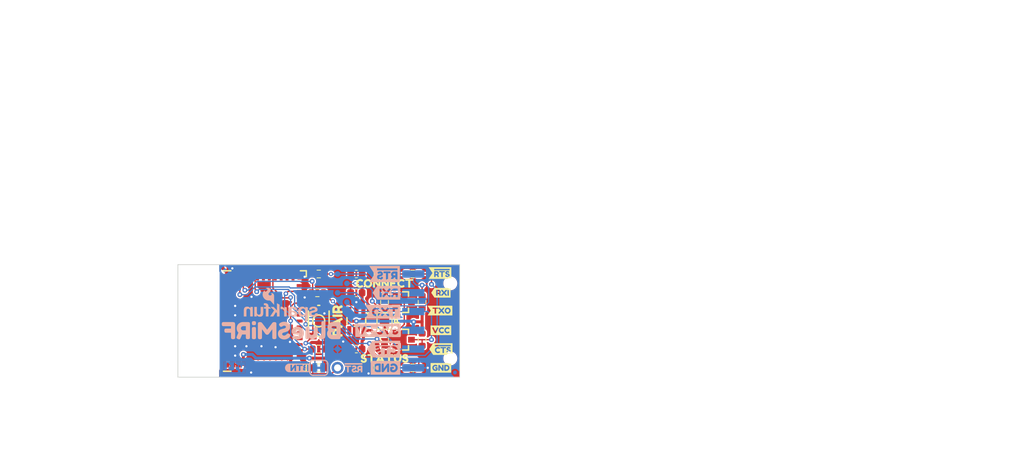
<source format=kicad_pcb>
(kicad_pcb (version 20240108) (generator "pcbnew") (generator_version "8.0")
  (layers (0 "F.Cu" signal) (31 "B.Cu" signal) (34 "B.Paste" user) (35 "F.Paste" user) (36 "B.SilkS" user "B.Silkscreen") (37 "F.SilkS" user "F.Silkscreen") (38 "B.Mask" user) (39 "F.Mask" user) (44 "Edge.Cuts" user))
  (net 0 "")
  (net 1 "+3.3V")
  (net 2 "GND")
  (net 3 "VCC")
  (net 4 "~{RTS_HV}")
  (net 5 "RX_HV")
  (net 6 "TX_HV")
  (net 7 "~{CTS_HV}")
  (net 8 "TX_LV")
  (net 9 "~{RTS_LV}")
  (net 10 "Net-(U1-EN)")
  (net 11 "RX_LV")
  (net 12 "~{CTS_LV}")
  (net 17 "unconnected-(U1-IA34-Pad9)")
  (net 31 "PAIR")
  (net 32 "Net-(JP1-A)")
  (net 33 "/Connect")
  (net 34 "unconnected-(U1-IOA2-Pad22)")
  (net 37 "/Status")
  (net 44 "unconnected-(R2-Pad1)")
  (net 45 "unconnected-(R3-Pad1)")
  (net 48 "unconnected-(R4-Pad1)")
  (net 49 "unconnected-(R5-Pad1)")
  (net 51 "unconnected-(R6-Pad1)")
  (footprint "kibuzzard-655A5C31" (layer "F.Cu") (at 159.131 124.46 90)
    (property "Reference" "kibuzzard-655A5C31" (hide yes))
    (property "Value" "G***" (hide yes))
  )
  (footprint "kibuzzard-655A539C" (layer "F.Cu") (at 164.973 117.983)
    (property "Reference" "kibuzzard-655A539C" (hide yes))
    (property "Value" "G***" (hide yes))
  )
  (footprint "SparkFun-LED:LED_0603_1608Metric_Green" (layer "F.Cu") (at 157.48 118.11)
    (property "Reference" "D1")
    (property "Value" "Green")
    (pad "1" smd roundrect (at -0.7875 0) (size 0.875 0.95) (layers "F.Cu" "F.Paste" "F.Mask") (net 2 "GND"))
    (pad "2" smd roundrect (at 0.7875 0) (size 0.875 0.95) (layers "F.Cu" "F.Paste" "F.Mask"))
  )
  (footprint "SparkFun-Semiconductor-Standard:SOT23-3" (layer "F.Cu") (at 160.02 121.92)
    (property "Reference" "Q2")
    (property "Value" "NMOS_0.2A_50V")
    (pad "1" smd rect (at -1 -0.95 270) (size 0.8 0.9) (layers "F.Cu" "F.Paste" "F.Mask"))
    (pad "2" smd rect (at -1 0.95 270) (size 0.8 0.9) (layers "F.Cu" "F.Paste" "F.Mask") (net 9 "~{RTS_LV}"))
    (pad "3" smd rect (at 1.1 0 270) (size 0.8 0.9) (layers "F.Cu" "F.Paste" "F.Mask") (net 4 "~{RTS_HV}"))
  )
  (footprint "SparkFun-Resistor:R_0603_1608Metric" (layer "F.Cu") (at 148.59 118.11)
    (property "Reference" "R3")
    (property "Value" "1k")
    (pad "1" smd roundrect (at -0.825 0) (size 0.8 0.95) (layers "F.Cu" "F.Paste" "F.Mask") (net 45 "unconnected-(R3-Pad1)"))
    (pad "2" smd roundrect (at 0.825 0) (size 0.8 0.95) (layers "F.Cu" "F.Paste" "F.Mask"))
  )
  (footprint "SparkFun-Aesthetic:Fiducial_0.5mm_Mask1mm" (layer "F.Cu") (at 135.636 117.348)
    (property "Reference" "FID2")
    (property "Value" "Fiducial_0.5")
    (pad "" smd circle (at 0 0) (size 0.5 0.5) (layers "F.Cu" "F.Mask") (clearance 0.25))
  )
  (footprint "SparkFun-Resistor:R_0603_1608Metric" (layer "F.Cu") (at 161.29 118.11 180)
    (property "Reference" "R5")
    (property "Value" "330")
    (pad "1" smd roundrect (at -0.825 0 180) (size 0.8 0.95) (layers "F.Cu" "F.Paste" "F.Mask") (net 49 "unconnected-(R5-Pad1)"))
    (pad "2" smd roundrect (at 0.825 0 180) (size 0.8 0.95) (layers "F.Cu" "F.Paste" "F.Mask"))
  )
  (footprint "SparkFun-Jumper:Jumper_2_NO" (layer "F.Cu") (at 157.48 124.46 -90)
    (property "Reference" "JP2")
    (property "Value" "~")
    (pad "1" smd rect (at -0.4064 0 270) (size 0.635 1.27) (layers "F.Cu" "F.Mask") (net 3 "VCC"))
    (pad "2" smd rect (at 0.4064 0 270) (size 0.635 1.27) (layers "F.Cu" "F.Mask") (net 1 "+3.3V"))
  )
  (footprint "kibuzzard-65023040" (layer "F.Cu") (at 157.48 129.54)
    (property "Reference" "kibuzzard-65023040" (hide yes))
    (property "Value" "G***" (hide yes))
  )
  (footprint "SparkFun-Aesthetic:Ordering_Instructions" (layer "F.Cu") (at 180.34 81.28)
    (property "Reference" "U3" (hide yes))
    (property "Value" "~" (hide yes))
  )
  (footprint "kibuzzard-655A5381" (layer "F.Cu") (at 164.973 123.063)
    (property "Reference" "kibuzzard-655A5381" (hide yes))
    (property "Value" "G***" (hide yes))
  )
  (footprint "SparkFun-Connector:1x01" (layer "F.Cu") (at 151.13 130.81 90)
    (property "Reference" "TP1")
    (property "Value" "TestPoint")
    (pad "1" thru_hole circle (at 0 0 180) (size 1.6 1.6) (drill 0.95) (layers "*.Cu" "*.Mask") (net 10 "Net-(U1-EN)"))
  )
  (footprint "kibuzzard-6502302E" (layer "F.Cu") (at 157.48 119.38)
    (property "Reference" "kibuzzard-6502302E" (hide yes))
    (property "Value" "G***" (hide yes))
  )
  (footprint "SparkFun-Semiconductor-Standard:SOT23-5" (layer "F.Cu") (at 153.67 124.46 -90)
    (property "Reference" "U2")
    (property "Value" "AP2112K-3.3")
    (pad "1" smd rect (at -1.3001 -0.95 180) (size 0.55 1.2) (layers "F.Cu" "F.Paste" "F.Mask") (net 3 "VCC"))
    (pad "2" smd rect (at -1.3001 0 180) (size 0.55 1.2) (layers "F.Cu" "F.Paste" "F.Mask") (net 2 "GND"))
    (pad "3" smd rect (at -1.3001 0.95 180) (size 0.55 1.2) (layers "F.Cu" "F.Paste" "F.Mask") (net 3 "VCC"))
    (pad "4" smd rect (at 1.3001 0.95 180) (size 0.55 1.2) (layers "F.Cu" "F.Paste" "F.Mask"))
    (pad "5" smd rect (at 1.3001 -0.95 180) (size 0.55 1.2) (layers "F.Cu" "F.Paste" "F.Mask") (net 1 "+3.3V"))
  )
  (footprint "SparkFun-Aesthetic:Creative_Commons_License" (layer "F.Cu") (at 152.4 138.43)
    (property "Reference" "G2" (hide yes))
    (property "Value" "OSHW_Logo" (hide yes))
  )
  (footprint "SparkFun-Capacitor:C_0603_1608Metric" (layer "F.Cu") (at 153.67 120.65 180)
    (property "Reference" "C1")
    (property "Value" "10uF")
    (pad "1" smd roundrect (at -0.775 0 180) (size 0.9 0.95) (layers "F.Cu" "F.Paste" "F.Mask") (net 3 "VCC"))
    (pad "2" smd roundrect (at 0.775 0 180) (size 0.9 0.95) (layers "F.Cu" "F.Paste" "F.Mask") (net 2 "GND"))
  )
  (footprint "SparkFun-Resistor:R_0603_1608Metric" (layer "F.Cu") (at 162.56 127 -90)
    (property "Reference" "R9")
    (property "Value" "10k")
    (pad "1" smd roundrect (at -0.825 0 270) (size 0.8 0.95) (layers "F.Cu" "F.Paste" "F.Mask") (net 3 "VCC"))
    (pad "2" smd roundrect (at 0.825 0 270) (size 0.8 0.95) (layers "F.Cu" "F.Paste" "F.Mask") (net 6 "TX_HV"))
  )
  (footprint "SparkFun-Capacitor:C_0603_1608Metric" (layer "F.Cu") (at 153.67 128.27 180)
    (property "Reference" "C3")
    (property "Value" "1.0uF")
    (pad "1" smd roundrect (at -0.775 0 180) (size 0.9 0.95) (layers "F.Cu" "F.Paste" "F.Mask") (net 1 "+3.3V"))
    (pad "2" smd roundrect (at 0.775 0 180) (size 0.9 0.95) (layers "F.Cu" "F.Paste" "F.Mask") (net 2 "GND"))
  )
  (footprint "kibuzzard-64C48455" (layer "F.Cu") (at 165.1 125.73)
    (property "Reference" "kibuzzard-64C48455" (hide yes))
    (property "Value" "G***" (hide yes))
  )
  (footprint "SparkFun-Aesthetic:Fiducial_0.5mm_Mask1mm" (layer "F.Cu") (at 163.83 129.54)
    (property "Reference" "FID1")
    (property "Value" "Fiducial_0.5")
    (pad "" smd circle (at 0 0) (size 0.5 0.5) (layers "F.Cu" "F.Mask") (clearance 0.25))
  )
  (footprint "kibuzzard-655A4531" (layer "F.Cu") (at 165.1 120.65)
    (property "Reference" "kibuzzard-655A4531" (hide yes))
    (property "Value" "G***" (hide yes))
  )
  (footprint "SparkFun-Resistor:R_0603_1608Metric" (layer "F.Cu") (at 148.59 130.81 180)
    (property "Reference" "R1")
    (property "Value" "10k")
    (pad "1" smd roundrect (at -0.825 0 180) (size 0.8 0.95) (layers "F.Cu" "F.Paste" "F.Mask") (net 1 "+3.3V"))
    (pad "2" smd roundrect (at 0.825 0 180) (size 0.8 0.95) (layers "F.Cu" "F.Paste" "F.Mask") (net 10 "Net-(U1-EN)"))
  )
  (footprint "SparkFun-Semiconductor-Standard:SOT23-3" (layer "F.Cu") (at 160.02 127)
    (property "Reference" "Q1")
    (property "Value" "NMOS_0.2A_50V")
    (pad "1" smd rect (at -1 -0.95 270) (size 0.8 0.9) (layers "F.Cu" "F.Paste" "F.Mask"))
    (pad "2" smd rect (at -1 0.95 270) (size 0.8 0.9) (layers "F.Cu" "F.Paste" "F.Mask") (net 8 "TX_LV"))
    (pad "3" smd rect (at 1.1 0 270) (size 0.8 0.9) (layers "F.Cu" "F.Paste" "F.Mask") (net 6 "TX_HV"))
  )
  (footprint "SparkFun-Resistor:R_0603_1608Metric" (layer "F.Cu") (at 162.56 121.92 90)
    (property "Reference" "R10")
    (property "Value" "10k")
    (pad "1" smd roundrect (at -0.825 0 90) (size 0.8 0.95) (layers "F.Cu" "F.Paste" "F.Mask") (net 3 "VCC"))
    (pad "2" smd roundrect (at 0.825 0 90) (size 0.8 0.95) (layers "F.Cu" "F.Paste" "F.Mask") (net 4 "~{RTS_HV}"))
  )
  (footprint "SparkFun-Resistor:R_0603_1608Metric" (layer "F.Cu") (at 148.59 128.27)
    (property "Reference" "R2")
    (property "Value" "10k")
    (pad "1" smd roundrect (at -0.825 0) (size 0.8 0.95) (layers "F.Cu" "F.Paste" "F.Mask") (net 44 "unconnected-(R2-Pad1)"))
    (pad "2" smd roundrect (at 0.825 0) (size 0.8 0.95) (layers "F.Cu" "F.Paste" "F.Mask"))
  )
  (footprint "kibuzzard-64C4846C" (layer "F.Cu") (at 165.1 130.81)
    (property "Reference" "kibuzzard-64C4846C" (hide yes))
    (property "Value" "G***" (hide yes))
  )
  (footprint "SparkFun-RF:ESP32-PICO-MINI" (layer "F.Cu") (at 141.1075 124.475 90)
    (property "Reference" "U1")
    (property "Value" "ESP32-PICO-V3-02")
    (pad "1" smd rect (at -5.9 -4 180) (size 0.4 0.8) (layers "F.Cu" "F.Paste" "F.Mask") (net 2 "GND"))
    (pad "2" smd rect (at -5.9 -3.2 180) (size 0.4 0.8) (layers "F.Cu" "F.Paste" "F.Mask") (net 2 "GND"))
    (pad "3" smd rect (at -5.9 -2.4 180) (size 0.4 0.8) (layers "F.Cu" "F.Paste" "F.Mask") (net 1 "+3.3V"))
    (pad "4" smd rect (at -5.9 -1.6 180) (size 0.4 0.8) (layers "F.Cu" "F.Paste" "F.Mask"))
    (pad "5" smd rect (at -5.9 -0.8 180) (size 0.4 0.8) (layers "F.Cu" "F.Paste" "F.Mask"))
    (pad "6" smd rect (at -5.9 0 180) (size 0.4 0.8) (layers "F.Cu" "F.Paste" "F.Mask"))
    (pad "7" smd rect (at -5.9 0.8 180) (size 0.4 0.8) (layers "F.Cu" "F.Paste" "F.Mask"))
    (pad "8" smd rect (at -5.9 1.6 180) (size 0.4 0.8) (layers "F.Cu" "F.Paste" "F.Mask") (net 10 "Net-(U1-EN)"))
    (pad "9" smd rect (at -5.9 2.4 180) (size 0.4 0.8) (layers "F.Cu" "F.Paste" "F.Mask") (net 17 "unconnected-(U1-IA34-Pad9)"))
    (pad "10" smd rect (at -5.9 3.2 180) (size 0.4 0.8) (layers "F.Cu" "F.Paste" "F.Mask"))
    (pad "11" smd rect (at -5.9 4 180) (size 0.4 0.8) (layers "F.Cu" "F.Paste" "F.Mask") (net 2 "GND"))
    (pad "12" smd rect (at -4.8 4.9 90) (size 0.4 0.8) (layers "F.Cu" "F.Paste" "F.Mask"))
    (pad "13" smd rect (at -4 4.9 90) (size 0.4 0.8) (layers "F.Cu" "F.Paste" "F.Mask"))
    (pad "14" smd rect (at -3.2 4.9 90) (size 0.4 0.8) (layers "F.Cu" "F.Paste" "F.Mask") (net 2 "GND"))
    (pad "15" smd rect (at -2.4 4.9 90) (size 0.4 0.8) (layers "F.Cu" "F.Paste" "F.Mask"))
    (pad "16" smd rect (at -1.6 4.9 90) (size 0.4 0.8) (layers "F.Cu" "F.Paste" "F.Mask"))
    (pad "17" smd rect (at -0.8 4.9 90) (size 0.4 0.8) (layers "F.Cu" "F.Paste" "F.Mask"))
    (pad "18" smd rect (at 0 4.9 90) (size 0.4 0.8) (layers "F.Cu" "F.Paste" "F.Mask"))
    (pad "19" smd rect (at 0.8 4.9 90) (size 0.4 0.8) (layers "F.Cu" "F.Paste" "F.Mask"))
    (pad "20" smd rect (at 1.6 4.9 90) (size 0.4 0.8) (layers "F.Cu" "F.Paste" "F.Mask") (net 33 "/Connect"))
    (pad "21" smd rect (at 2.4 4.9 90) (size 0.4 0.8) (layers "F.Cu" "F.Paste" "F.Mask"))
    (pad "22" smd rect (at 3.2 4.9 90) (size 0.4 0.8) (layers "F.Cu" "F.Paste" "F.Mask") (net 34 "unconnected-(U1-IOA2-Pad22)"))
    (pad "23" smd rect (at 4 4.9 90) (size 0.4 0.8) (layers "F.Cu" "F.Paste" "F.Mask") (net 31 "PAIR"))
    (pad "24" smd rect (at 4.8 4.9 90) (size 0.4 0.8) (layers "F.Cu" "F.Paste" "F.Mask"))
    (pad "25" smd rect (at 5.9 4 180) (size 0.4 0.8) (layers "F.Cu" "F.Paste" "F.Mask"))
    (pad "26" smd rect (at 5.9 3.2 180) (size 0.4 0.8) (layers "F.Cu" "F.Paste" "F.Mask"))
    (pad "27" smd rect (at 5.9 2.4 180) (size 0.4 0.8) (layers "F.Cu" "F.Paste" "F.Mask"))
    (pad "28" smd rect (at 5.9 1.6 180) (size 0.4 0.8) (layers "F.Cu" "F.Paste" "F.Mask") (net 37 "/Status"))
    (pad "29" smd rect (at 5.9 0.8 180) (size 0.4 0.8) (layers "F.Cu" "F.Paste" "F.Mask"))
    (pad "30" smd rect (at 5.9 0 180) (size 0.4 0.8) (layers "F.Cu" "F.Paste" "F.Mask") (net 11 "RX_LV"))
    (pad "31" smd rect (at 5.9 -0.8 180) (size 0.4 0.8) (layers "F.Cu" "F.Paste" "F.Mask") (net 8 "TX_LV"))
    (pad "32" smd rect (at 5.9 -1.6 180) (size 0.4 0.8) (layers "F.Cu" "F.Paste" "F.Mask"))
    (pad "33" smd rect (at 5.9 -2.4 180) (size 0.4 0.8) (layers "F.Cu" "F.Paste" "F.Mask") (net 12 "~{CTS_LV}"))
    (pad "34" smd rect (at 5.9 -3.2 180) (size 0.4 0.8) (layers "F.Cu" "F.Paste" "F.Mask") (net 9 "~{RTS_LV}"))
    (pad "35" smd rect (at 5.9 -4 180) (size 0.4 0.8) (layers "F.Cu" "F.Paste" "F.Mask"))
    (pad "36" smd rect (at 4.8 -4.9 90) (size 0.4 0.8) (layers "F.Cu" "F.Paste" "F.Mask") (net 2 "GND"))
    (pad "37" smd rect (at 4 -4.9 90) (size 0.4 0.8) (layers "F.Cu" "F.Paste" "F.Mask") (net 2 "GND"))
    (pad "38" smd rect (at 3.2 -4.9 90) (size 0.4 0.8) (layers "F.Cu" "F.Paste" "F.Mask") (net 2 "GND"))
    (pad "39" smd rect (at 2.4 -4.9 90) (size 0.4 0.8) (layers "F.Cu" "F.Paste" "F.Mask") (net 2 "GND"))
    (pad "40" smd rect (at 1.6 -4.9 90) (size 0.4 0.8) (layers "F.Cu" "F.Paste" "F.Mask") (net 2 "GND"))
    (pad "41" smd rect (at 0.8 -4.9 90) (size 0.4 0.8) (layers "F.Cu" "F.Paste" "F.Mask") (net 2 "GND"))
    (pad "42" smd rect (at 0 -4.9 90) (size 0.4 0.8) (layers "F.Cu" "F.Paste" "F.Mask") (net 2 "GND"))
    (pad "43" smd rect (at -0.8 -4.9 90) (size 0.4 0.8) (layers "F.Cu" "F.Paste" "F.Mask") (net 2 "GND"))
    (pad "44" smd rect (at -1.6 -4.9 90) (size 0.4 0.8) (layers "F.Cu" "F.Paste" "F.Mask") (net 2 "GND"))
    (pad "45" smd rect (at -2.4 -4.9 90) (size 0.4 0.8) (layers "F.Cu" "F.Paste" "F.Mask") (net 2 "GND"))
    (pad "46" smd rect (at -3.2 -4.9 90) (size 0.4 0.8) (layers "F.Cu" "F.Paste" "F.Mask") (net 2 "GND"))
    (pad "47" smd rect (at -4 -4.9 90) (size 0.4 0.8) (layers "F.Cu" "F.Paste" "F.Mask") (net 2 "GND"))
    (pad "48" smd rect (at -4.8 -4.9 90) (size 0.4 0.8) (layers "F.Cu" "F.Paste" "F.Mask") (net 2 "GND"))
    (pad "49.1" smd roundrect (at -1.975 -1.975 90) (size 1.45 1.45) (layers "F.Cu" "F.Mask") (roundrect_rratio 0) (chamfer_ratio 0.4) (chamfer top_left) (net 2 "GND"))
    (pad "49.2" smd rect (at -1.975 0 90) (size 1.45 1.45) (layers "F.Cu" "F.Mask") (net 2 "GND"))
    (pad "49.3" smd rect (at -1.975 1.975 90) (size 1.45 1.45) (layers "F.Cu" "F.Mask") (net 2 "GND"))
    (pad "49.4" smd rect (at 0 1.975 90) (size 1.45 1.45) (layers "F.Cu" "F.Mask") (net 2 "GND"))
    (pad "49.5" smd rect (at 1.975 1.975 90) (size 1.45 1.45) (layers "F.Cu" "F.Mask") (net 2 "GND"))
    (pad "49.6" smd rect (at 1.975 0 90) (size 1.45 1.45) (layers "F.Cu" "F.Mask") (net 2 "GND"))
    (pad "49.7" smd rect (at 1.975 -1.975 90) (size 1.45 1.45) (layers "F.Cu" "F.Mask") (net 2 "GND"))
    (pad "49.8" smd rect (at 0 -1.975 90) (size 1.45 1.45) (layers "F.Cu" "F.Mask") (net 2 "GND"))
    (pad "49.9" smd rect (at 0 0 90) (size 1.45 1.45) (layers "F.Cu" "F.Mask") (net 2 "GND"))
    (pad "50" smd rect (at 5.95 -4.95 90) (size 0.7 0.7) (layers "F.Cu" "F.Paste" "F.Mask") (net 2 "GND"))
    (pad "51" smd rect (at 5.95 4.95 90) (size 0.7 0.7) (layers "F.Cu" "F.Paste" "F.Mask") (net 2 "GND"))
    (pad "52" smd rect (at -5.95 4.95 90) (size 0.7 0.7) (layers "F.Cu" "F.Paste" "F.Mask") (net 2 "GND"))
    (pad "53" smd rect (at -5.95 -4.95 90) (size 0.7 0.7) (layers "F.Cu" "F.Paste" "F.Mask") (net 2 "GND"))
    (zone (net 0) (net_name "") (layer "F.Cu") (connect_pads (clearance 0)) (min_thickness 0.25)
      (keepout (tracks not_allowed) (vias not_allowed) (pads not_allowed) (copperpour not_allowed) (footprints allowed))
      (fill (thermal_gap 0.5) (thermal_bridge_width 0.5))
      (polygon (pts (xy 135.5075 131.075) (xy 135.5075 117.875) (xy 130.1075 117.875) (xy 130.1075 131.075)))
    )
    (zone (net 0) (net_name "") (layer "B.Cu") (connect_pads (clearance 0)) (min_thickness 0.25)
      (keepout (tracks not_allowed) (vias not_allowed) (pads not_allowed) (copperpour not_allowed) (footprints allowed))
      (fill (thermal_gap 0.5) (thermal_bridge_width 0.5))
      (polygon (pts (xy 130.1075 117.875) (xy 130.1075 131.075) (xy 135.5075 131.075) (xy 135.5075 117.875)))
    )
  )
  (footprint "SparkFun-Resistor:R_0603_1608Metric" (layer "F.Cu") (at 157.48 127 -90)
    (property "Reference" "R7")
    (property "Value" "10k")
    (pad "1" smd roundrect (at -0.825 0 270) (size 0.8 0.95) (layers "F.Cu" "F.Paste" "F.Mask") (net 1 "+3.3V"))
    (pad "2" smd roundrect (at 0.825 0 270) (size 0.8 0.95) (layers "F.Cu" "F.Paste" "F.Mask") (net 8 "TX_LV"))
  )
  (footprint "SparkFun-Capacitor:C_0603_1608Metric" (layer "F.Cu") (at 153.67 118.11 180)
    (property "Reference" "C2")
    (property "Value" "1.0uF")
    (pad "1" smd roundrect (at -0.775 0 180) (size 0.9 0.95) (layers "F.Cu" "F.Paste" "F.Mask") (net 3 "VCC"))
    (pad "2" smd roundrect (at 0.775 0 180) (size 0.9 0.95) (layers "F.Cu" "F.Paste" "F.Mask") (net 2 "GND"))
  )
  (footprint "kibuzzard-6502231B" (layer "F.Cu") (at 151.13 124.46 90)
    (property "Reference" "kibuzzard-6502231B" (hide yes))
    (property "Value" "G***" (hide yes))
  )
  (footprint "kibuzzard-65597E65" (layer "F.Cu") (at 165.1 128.27)
    (property "Reference" "kibuzzard-65597E65" (hide yes))
    (property "Value" "G***" (hide yes))
  )
  (footprint "SparkFun-Switch:Push_SMD_4.6x2.8mm_h2.5mm" (layer "F.Cu") (at 148.59 124.46 90)
    (property "Reference" "SW1")
    (property "Value" "SPST_Momentary_4.6x2.8mm")
    (pad "1" smd rect (at -2.05 -0.8 90) (size 0.9 1) (layers "F.Cu" "F.Paste" "F.Mask") (net 32 "Net-(JP1-A)"))
    (pad "1" smd rect (at 2.05 -0.8 90) (size 0.9 1) (layers "F.Cu" "F.Paste" "F.Mask") (net 32 "Net-(JP1-A)"))
    (pad "2" smd rect (at -2.05 0.8 90) (size 0.9 1) (layers "F.Cu" "F.Paste" "F.Mask") (net 2 "GND"))
    (pad "2" smd rect (at 2.05 0.8 90) (size 0.9 1) (layers "F.Cu" "F.Paste" "F.Mask") (net 2 "GND"))
  )
  (footprint "SparkFun-LED:LED_0603_1608Metric_Red" (layer "F.Cu") (at 157.48 130.81)
    (property "Reference" "D2")
    (property "Value" "Red")
    (pad "1" smd roundrect (at -0.7875 0) (size 0.875 0.95) (layers "F.Cu" "F.Paste" "F.Mask") (net 2 "GND"))
    (pad "2" smd roundrect (at 0.7875 0) (size 0.875 0.95) (layers "F.Cu" "F.Paste" "F.Mask"))
  )
  (footprint "SparkFun-Resistor:R_0603_1608Metric" (layer "F.Cu") (at 148.4 120.65)
    (property "Reference" "R4")
    (property "Value" "1k")
    (pad "1" smd roundrect (at -0.825 0) (size 0.8 0.95) (layers "F.Cu" "F.Paste" "F.Mask") (net 48 "unconnected-(R4-Pad1)"))
    (pad "2" smd roundrect (at 0.825 0) (size 0.8 0.95) (layers "F.Cu" "F.Paste" "F.Mask"))
  )
  (footprint "SparkFun-Capacitor:C_0603_1608Metric" (layer "F.Cu") (at 153.67 130.81 180)
    (property "Reference" "C4")
    (property "Value" "10uF")
    (pad "1" smd roundrect (at -0.775 0 180) (size 0.9 0.95) (layers "F.Cu" "F.Paste" "F.Mask") (net 1 "+3.3V"))
    (pad "2" smd roundrect (at 0.775 0 180) (size 0.9 0.95) (layers "F.Cu" "F.Paste" "F.Mask") (net 2 "GND"))
  )
  (footprint "SparkFun-Resistor:R_0603_1608Metric" (layer "F.Cu") (at 157.48 121.92 -90)
    (property "Reference" "R8")
    (property "Value" "10k")
    (pad "1" smd roundrect (at -0.825 0 270) (size 0.8 0.95) (layers "F.Cu" "F.Paste" "F.Mask") (net 1 "+3.3V"))
    (pad "2" smd roundrect (at 0.825 0 270) (size 0.8 0.95) (layers "F.Cu" "F.Paste" "F.Mask") (net 9 "~{RTS_LV}"))
  )
  (footprint "SparkFun-Resistor:R_0603_1608Metric" (layer "F.Cu") (at 161.29 130.81 180)
    (property "Reference" "R6")
    (property "Value" "4.7k")
    (pad "1" smd roundrect (at -0.825 0 180) (size 0.8 0.95) (layers "F.Cu" "F.Paste" "F.Mask") (net 51 "unconnected-(R6-Pad1)"))
    (pad "2" smd roundrect (at 0.825 0 180) (size 0.8 0.95) (layers "F.Cu" "F.Paste" "F.Mask"))
  )
  (footprint "SparkFun-Connector:TestPoint-0.75mm" (layer "B.Cu") (at 151.13 123.19 180)
    (property "Reference" "TP3")
    (property "Value" "TestPoint_0.75mm")
    (pad "1" smd roundrect (at 0 0 180) (size 0.75 0.75) (layers "B.Cu" "B.Mask") (roundrect_rratio 0.5) (net 7 "~{CTS_HV}"))
  )
  (footprint "SparkFun-Connector:TestPoint-0.75mm" (layer "B.Cu") (at 151.13 128.27 180)
    (property "Reference" "TP6")
    (property "Value" "TestPoint_0.75mm")
    (pad "1" smd roundrect (at 0 0 180) (size 0.75 0.75) (layers "B.Cu" "B.Mask") (roundrect_rratio 0.5) (net 2 "GND"))
  )
  (footprint "SparkFun-Jumper:Jumper_2_NC_Trace" (layer "B.Cu") (at 148.59 130.81)
    (property "Reference" "JP1")
    (property "Value" "~")
    (fp_poly (pts (xy -0.25 0.15) (xy 0.25 0.15) (xy 0.25 -0.15) (xy -0.25 -0.15)) (fill solid) (layer "B.Cu"))
    (pad "1" smd rect (at -0.5207 0) (size 0.6604 1.27) (layers "B.Cu" "B.Mask") (net 32 "Net-(JP1-A)"))
    (pad "2" smd rect (at 0.5207 0) (size 0.6604 1.27) (layers "B.Cu" "B.Mask") (net 31 "PAIR"))
  )
  (footprint "kibuzzard-64C47F40" (layer "B.Cu") (at 143.51 125.73 180)
    (property "Reference" "kibuzzard-64C47F40" (hide yes))
    (property "Value" "G***" (hide yes))
  )
  (footprint "SparkFun-Connector:TestPoint-0.75mm" (layer "B.Cu") (at 152.4 119.38 180)
    (property "Reference" "TP7")
    (property "Value" "TestPoint_0.75mm")
    (pad "1" smd roundrect (at 0 0 180) (size 0.75 0.75) (layers "B.Cu" "B.Mask") (roundrect_rratio 0.5) (net 3 "VCC"))
  )
  (footprint "SparkFun-Aesthetic:Fiducial_0.5mm_Mask1mm" (layer "B.Cu") (at 167.005 131.445 180)
    (property "Reference" "FID3")
    (property "Value" "Fiducial_0.5")
    (pad "" smd circle (at 0 0 180) (size 0.5 0.5) (layers "B.Cu" "B.Mask") (clearance 0.25))
  )
  (footprint "SparkFun-Aesthetic:SparkFun_Logo_10mm" (layer "B.Cu") (at 143.51 123.19 180)
    (property "Reference" "G***")
    (property "Value" "LOGO" (hide yes))
  )
  (footprint "kibuzzard-655A454B" (layer "B.Cu") (at 157.734 120.65 180)
    (property "Reference" "kibuzzard-655A454B" (hide yes))
    (property "Value" "G***" (hide yes))
  )
  (footprint "kibuzzard-65022EAF" (layer "B.Cu") (at 157.607 130.81 180)
    (property "Reference" "kibuzzard-65022EAF" (hide yes))
    (property "Value" "G***" (hide yes))
  )
  (footprint "SparkFun-Connector:TestPoint-0.75mm" (layer "B.Cu") (at 151.13 120.65 180)
    (property "Reference" "TP5")
    (property "Value" "TestPoint_0.75mm")
    (pad "1" smd roundrect (at 0 0 180) (size 0.75 0.75) (layers "B.Cu" "B.Mask") (roundrect_rratio 0.5) (net 4 "~{RTS_HV}"))
  )
  (footprint "SparkFun-Connector:TestPoint-0.75mm" (layer "B.Cu") (at 152.4 121.92 180)
    (property "Reference" "TP4")
    (property "Value" "TestPoint_0.75mm")
    (pad "1" smd roundrect (at 0 0 180) (size 0.75 0.75) (layers "B.Cu" "B.Mask") (roundrect_rratio 0.5) (net 6 "TX_HV"))
  )
  (footprint "kibuzzard-65597EC2" (layer "B.Cu") (at 157.353 128.27 180)
    (property "Reference" "kibuzzard-65597EC2" (hide yes))
    (property "Value" "G***" (hide yes))
  )
  (footprint "SparkFun-Connector:TestPoint-0.75mm" (layer "B.Cu") (at 151.13 118.11 180)
    (property "Reference" "TP2")
    (property "Value" "TestPoint_0.75mm")
    (pad "1" smd roundrect (at 0 0 180) (size 0.75 0.75) (layers "B.Cu" "B.Mask") (roundrect_rratio 0.5) (net 5 "RX_HV"))
  )
  (footprint "kibuzzard-65022F1B" (layer "B.Cu") (at 145.669 130.820001 180)
    (property "Reference" "kibuzzard-65022F1B" (hide yes))
    (property "Value" "G***" (hide yes))
  )
  (footprint "kibuzzard-65597EE2" (layer "B.Cu") (at 157.48 118.12 180)
    (property "Reference" "kibuzzard-65597EE2" (hide yes))
    (property "Value" "G***" (hide yes))
  )
  (footprint "SparkFun-Aesthetic:Fiducial_0.5mm_Mask1mm" (layer "B.Cu") (at 135.89 117.602 180)
    (property "Reference" "FID4")
    (property "Value" "Fiducial_0.5")
    (pad "" smd circle (at 0 0 180) (size 0.5 0.5) (layers "B.Cu" "B.Mask") (clearance 0.25))
  )
  (footprint "kibuzzard-655A4561" (layer "B.Cu") (at 157.226 123.22 180)
    (property "Reference" "kibuzzard-655A4561" (hide yes))
    (property "Value" "G***" (hide yes))
  )
  (footprint "kibuzzard-655A45DC" (layer "B.Cu") (at 153.289 130.81 180)
    (property "Reference" "kibuzzard-655A45DC" (hide yes))
    (property "Value" "G***" (hide yes))
  )
  (footprint "kibuzzard-655A5305" (layer "B.Cu") (at 156.591 125.73 180)
    (property "Reference" "kibuzzard-655A5305" (hide yes))
    (property "Value" "G***" (hide yes))
  )
  (footprint "SparkFun-Connector:1x06_SMD_RA_Male" (layer "B.Cu") (at 166.37 124.46 -90)
    (property "Reference" "J1")
    (property "Value" "Conn_01x06")
    (pad "" np_thru_hole circle (at -5.08 0 270) (size 1.4 1.4) (drill 1.4) (layers "*.Cu" "*.Mask"))
    (pad "" np_thru_hole circle (at 5.08 0 270) (size 1.4 1.4) (drill 1.4) (layers "*.Cu" "*.Mask"))
    (pad "1" smd rect (at -6.35 5 180) (size 3 1) (layers "B.Cu" "B.Paste" "B.Mask") (net 4 "~{RTS_HV}"))
    (pad "2" smd rect (at -3.81 5 180) (size 3 1) (layers "B.Cu" "B.Paste" "B.Mask") (net 5 "RX_HV"))
    (pad "3" smd rect (at -1.27 5 180) (size 3 1) (layers "B.Cu" "B.Paste" "B.Mask") (net 6 "TX_HV"))
    (pad "4" smd rect (at 1.27 5 180) (size 3 1) (layers "B.Cu" "B.Paste" "B.Mask") (net 3 "VCC"))
    (pad "5" smd rect (at 3.81 5 180) (size 3 1) (layers "B.Cu" "B.Paste" "B.Mask") (net 7 "~{CTS_HV}"))
    (pad "6" smd rect (at 6.35 5 180) (size 3 1) (layers "B.Cu" "B.Paste" "B.Mask") (net 2 "GND"))
  )
  (gr_rect (start 129.54 116.84) (end 167.64 132.08) (stroke (width 0.1)) (fill none) (layer "Edge.Cuts"))
  (gr_text "v11" (at 137.16 130.81 0) (layer "B.Cu" knockout) (effects (font (size 1.016 1.016) (thickness 0.254) (bold yes)) (justify mirror)))
  (segment (start 158.2675 118.11) (end 160.465 118.11) (width 0.1778) (layer "F.Cu") (net 0))
  (segment (start 160.465 130.81) (end 158.2675 130.81) (width 0.1778) (layer "F.Cu") (net 0))
  (segment (start 147.32 129.5) (end 149.415219 129.5) (width 0.4064) (layer "F.Cu") (net 1))
  (segment (start 154.62 127.001359) (end 154.445 127.176359) (width 0.4064) (layer "F.Cu") (net 1))
  (segment (start 149.415219 129.5) (end 154.445 129.5) (width 0.4064) (layer "F.Cu") (net 1))
  (segment (start 138.39 129.01) (end 138.4 129) (width 0.4064) (layer "F.Cu") (net 1))
  (segment (start 158.895 121.095) (end 159.02 120.97) (width 0.1778) (layer "F.Cu") (net 1))
  (segment (start 160.147 124.923) (end 160.147 122.097) (width 0.1778) (layer "F.Cu") (net 1))
  (segment (start 154.445 129.5) (end 154.445 128.27) (width 0.4064) (layer "F.Cu") (net 1))
  (segment (start 155.68505 125.7601) (end 154.62 125.7601) (width 0.4064) (layer "F.Cu") (net 1))
  (segment (start 149.415 130.81) (end 149.415 129.500219) (width 0.4064) (layer "F.Cu") (net 1))
  (segment (start 154.445 130.81) (end 154.445 129.5) (width 0.4064) (layer "F.Cu") (net 1))
  (segment (start 157.48 124.8664) (end 157.48 126.175) (width 0.4064) (layer "F.Cu") (net 1))
  (segment (start 149.415 129.500219) (end 149.415219 129.5) (width 0.4064) (layer "F.Cu") (net 1))
  (segment (start 138.39 130.36) (end 138.39 129.01) (width 0.4064) (layer "F.Cu") (net 1))
  (segment (start 157.48 126.175) (end 156.09995 126.175) (width 0.4064) (layer "F.Cu") (net 1))
  (segment (start 158.895 126.175) (end 159.02 126.05) (width 0.1778) (layer "F.Cu") (net 1))
  (segment (start 156.09995 126.175) (end 155.68505 125.7601) (width 0.4064) (layer "F.Cu") (net 1))
  (segment (start 154.445 127.176359) (end 154.445 128.27) (width 0.4064) (layer "F.Cu") (net 1))
  (segment (start 159.02 126.05) (end 160.147 124.923) (width 0.1778) (layer "F.Cu") (net 1))
  (segment (start 160.147 122.097) (end 159.02 120.97) (width 0.1778) (layer "F.Cu") (net 1))
  (segment (start 157.48 121.095) (end 158.895 121.095) (width 0.1778) (layer "F.Cu") (net 1))
  (segment (start 157.48 126.175) (end 158.895 126.175) (width 0.1778) (layer "F.Cu") (net 1))
  (segment (start 154.62 125.7601) (end 154.62 127.001359) (width 0.4064) (layer "F.Cu") (net 1))
  (via (at 147.32 129.5) (size 0.6604) (drill 0.3048) (layers "F.Cu" "B.Cu") (net 1))
  (via (at 138.4 129) (size 0.6604) (drill 0.3048) (layers "F.Cu" "B.Cu") (net 1))
  (segment (start 139.605 129) (end 138.4 129) (width 0.4064) (layer "B.Cu") (net 1))
  (segment (start 147.32 129.5) (end 140.105 129.5) (width 0.4064) (layer "B.Cu") (net 1))
  (segment (start 140.105 129.5) (end 139.605 129) (width 0.4064) (layer "B.Cu") (net 1))
  (segment (start 135.84 119.61) (end 135.89 119.66) (width 0.4064) (layer "F.Cu") (net 2))
  (segment (start 142.765 122.485) (end 142.765 121.429) (width 0.4064) (layer "F.Cu") (net 2))
  (segment (start 137.59 129.462) (end 137.287 129.159) (width 0.4064) (layer "F.Cu") (net 2))
  (segment (start 145.74 130.41) (end 146.666 130.41) (width 0.4064) (layer "F.Cu") (net 2))
  (segment (start 145.06 127.66) (end 144.7 127.3) (width 0.4064) (layer "F.Cu") (net 2))
  (segment (start 138.815 126.435) (end 140.79 126.435) (width 0.4064) (layer "F.Cu") (net 2))
  (segment (start 145.74 118.51) (end 146.793 118.51) (width 0.4064) (layer "F.Cu") (net 2))
  (segment (start 140.79 127.836) (end 140.843 127.889) (width 0.4064) (layer "F.Cu") (net 2))
  (segment (start 140.79 124.46) (end 138.815 124.46) (width 0.4064) (layer "F.Cu") (net 2))
  (segment (start 138.815 124.46) (end 137.414 124.46) (width 0.4064) (layer "F.Cu") (net 2))
  (segment (start 135.89 126.06) (end 136.652 126.06) (width 0.4064) (layer "F.Cu") (net 2))
  (segment (start 135.89 122.86) (end 136.855 122.86) (width 0.4064) (layer "F.Cu") (net 2))
  (segment (start 138.815 127.885) (end 138.811 127.889) (width 0.4064) (layer "F.Cu") (net 2))
  (segment (start 135.84 130.41) (end 135.84 131.522) (width 0.4064) (layer "F.Cu") (net 2))
  (segment (start 136.5 121.26) (end 136.652 121.412) (width 0.4064) (layer "F.Cu") (net 2))
  (segment (start 136.766 126.86) (end 136.906 127) (width 0.4064) (layer "F.Cu") (net 2))
  (segment (start 143.2524 128.016) (end 142.748 128.016) (width 0.4064) (layer "F.Cu") (net 2))
  (segment (start 135.89 123.66) (end 137.247 123.66) (width 0.4064) (layer "F.Cu") (net 2))
  (segment (start 138.815 122.485) (end 137.344 122.485) (width 0.4064) (layer "F.Cu") (net 2))
  (segment (start 136.79 130.36) (end 136.79 131.434) (width 0.4064) (layer "F.Cu") (net 2))
  (segment (start 140.79 122.485) (end 140.79 121.338) (width 0.4064) (layer "F.Cu") (net 2))
  (segment (start 142.765 127.999) (end 142.748 128.016) (width 0.4064) (layer "F.Cu") (net 2))
  (segment (start 135.89 121.26) (end 136.5 121.26) (width 0.4064) (layer "F.Cu") (net 2))
  (segment (start 135.89 125.26) (end 136.868 125.26) (width 0.4064) (layer "F.Cu") (net 2))
  (segment (start 136.79 130.36) (end 136.79 129.656) (width 0.4064) (layer "F.Cu") (net 2))
  (segment (start 137.59 130.36) (end 137.59 131.396) (width 0.4064) (layer "F.Cu") (net 2))
  (segment (start 142.765 126.435) (end 142.765 127.999) (width 0.4064) (layer "F.Cu") (net 2))
  (segment (start 138.815 126.435) (end 138.815 127.885) (width 0.4064) (layer "F.Cu") (net 2))
  (segment (start 135.84 129.31) (end 135.89 129.26) (width 0.4064) (layer "F.Cu") (net 2))
  (segment (start 136.884475 117.348) (end 136.906 117.348) (width 0.4064) (layer "F.Cu") (net 2))
  (segment (start 135.84 118.392475) (end 136.884475 117.348) (width 0.4064) (layer "F.Cu") (net 2))
  (segment (start 142.765 122.485) (end 142.765 124.46) (width 0.4064) (layer "F.Cu") (net 2))
  (segment (start 137.058 127.66) (end 137.287 127.889) (width 0.4064) (layer "F.Cu") (net 2))
  (segment (start 136.716 120.46) (end 136.906 120.65) (width 0.4064) (layer "F.Cu") (net 2))
  (segment (start 142.765 124.46) (end 140.79 124.46) (width 0.4064) (layer "F.Cu") (net 2))
  (segment (start 140.79 122.485) (end 142.765 122.485) (width 0.4064) (layer "F.Cu") (net 2))
  (segment (start 135.89 128.46) (end 136.716 128.46) (width 0.4064) (layer "F.Cu") (net 2))
  (segment (start 153.67 123.1599) (end 153.67 121.92) (width 0.5588) (layer "F.Cu") (net 2))
  (segment (start 135.84 130.41) (end 135.84 129.31) (width 0.4064) (layer "F.Cu") (net 2))
  (segment (start 135.89 126.86) (end 136.766 126.86) (width 0.4064) (layer "F.Cu") (net 2))
  (segment (start 142.765 124.46) (end 142.765 126.435) (width 0.4064) (layer "F.Cu") (net 2))
  (segment (start 135.89 124.46) (end 136.652 124.46) (width 0.4064) (layer "F.Cu") (net 2))
  (segment (start 135.89 120.46) (end 136.716 120.46) (width 0.4064) (layer "F.Cu") (net 2))
  (segment (start 145.69 127.66) (end 145.06 127.66) (width 0.4064) (layer "F.Cu") (net 2))
  (segment (start 140.79 126.435) (end 140.79 127.836) (width 0.4064) (layer "F.Cu") (net 2))
  (segment (start 137.247 123.66) (end 137.287 123.7) (width 0.4064) (layer "F.Cu") (net 2))
  (segment (start 138.815 122.485) (end 140.79 122.485) (width 0.4064) (layer "F.Cu") (net 2))
  (segment (start 140.79 126.435) (end 140.79 124.46) (width 0.4064) (layer "F.Cu") (net 2))
  (segment (start 136.919 122.06) (end 137.287 122.428) (width 0.4064) (layer "F.Cu") (net 2))
  (segment (start 138.815 126.435) (end 137.598 126.435) (width 0.4064) (layer "F.Cu") (net 2))
  (segment (start 138.815 126.435) (end 138.815 124.46) (width 0.4064) (layer "F.Cu") (net 2))
  (segment (start 137.344 122.485) (end 137.287 122.428) (width 0.4064) (layer "F.Cu") (net 2))
  (segment (start 137.59 130.36) (end 137.59 129.462) (width 0.4064) (layer "F.Cu") (net 2))
  (segment (start 135.89 122.06) (end 136.919 122.06) (width 0.4064) (layer "F.Cu") (net 2))
  (segment (start 144.79 130.36) (end 144.79 129.5536) (width 0.4064) (layer "F.Cu") (net 2))
  (segment (start 140.79 126.435) (end 142.765 126.435) (width 0.4064) (layer "F.Cu") (net 2))
  (segment (start 144.79 130.36) (end 144.79 131.054) (width 0.4064) (layer "F.Cu") (net 2))
  (segment (start 135.84 118.51) (end 135.84 119.61) (width 0.4064) (layer "F.Cu") (net 2))
  (segment (start 136.79 129.656) (end 137.287 129.159) (width 0.4064) (layer "F.Cu") (net 2))
  (segment (start 136.83 126.06) (end 136.906 125.984) (width 0.4064) (layer "F.Cu") (net 2))
  (segment (start 144.79 129.5536) (end 143.2524 128.016) (width 0.4064) (layer "F.Cu") (net 2))
  (segment (start 136.716 128.46) (end 137.287 127.889) (width 0.4064) (layer "F.Cu") (net 2))
  (segment (start 137.186 129.26) (end 137.287 129.159) (width 0.4064) (layer "F.Cu") (net 2))
  (segment (start 135.89 127.66) (end 137.058 127.66) (width 0.4064) (layer "F.Cu") (net 2))
  (segment (start 136.855 122.86) (end 137.287 122.428) (width 0.4064) (layer "F.Cu") (net 2))
  (segment (start 135.84 118.51) (end 135.84 118.392475) (width 0.4064) (layer "F.Cu") (net 2))
  (segment (start 140.79 124.46) (end 140.79 122.485) (width 0.4064) (layer "F.Cu") (net 2))
  (via (at 149.352 123.444) (size 0.6604) (drill 0.3048) (layers "F.Cu" "B.Cu") (net 2))
  (via (at 142.748 128.016) (size 0.6604) (drill 0.3048) (layers "F.Cu" "B.Cu") (net 2))
  (via (at 137.287 129.159) (size 0.6604) (drill 0.3048) (layers "F.Cu" "B.Cu") (net 2))
  (via (at 144.7 127.3) (size 0.6604) (drill 0.3048) (layers "F.Cu" "B.Cu") (net 2))
  (via (at 140.843 127.889) (size 0.6604) (drill 0.3048) (layers "F.Cu" "B.Cu") (net 2))
  (via (at 136.906 117.348) (size 0.6604) (drill 0.3048) (layers "F.Cu" "B.Cu") (net 2))
  (via (at 137.287 127.889) (size 0.6604) (drill 0.3048) (layers "F.Cu" "B.Cu") (net 2))
  (via (at 137.287 122.428) (size 0.6604) (drill 0.3048) (layers "F.Cu" "B.Cu") (net 2))
  (via (at 146.685 118.491) (size 0.6604) (drill 0.3048) (layers "F.Cu" "B.Cu") (net 2))
  (via (at 151.892 127.254) (size 0.6604) (drill 0.3048) (layers "F.Cu" "B.Cu") (net 2))
  (via (at 155.321 131.572) (size 0.6604) (drill 0.3048) (layers "F.Cu" "B.Cu") (net 2))
  (via (at 139.5 121.2) (size 0.6604) (drill 0.3048) (layers "F.Cu" "B.Cu") (net 2))
  (via (at 138.811 127.889) (size 0.6604) (drill 0.3048) (layers "F.Cu" "B.Cu") (net 2))
  (via (at 153.67 121.92) (size 0.6604) (drill 0.3048) (layers "F.Cu" "B.Cu") (net 2))
  (via (at 137.287 123.7) (size 0.6604) (drill 0.3048) (layers "F.Cu" "B.Cu") (net 2))
  (via (at 163.322 130.81) (size 0.6604) (drill 0.3048) (layers "F.Cu" "B.Cu") (net 2))
  (segment (start 162.56 122.745) (end 162.56 124.587) (width 0.4064) (layer "F.Cu") (net 3))
  (segment (start 154.62 123.1599) (end 154.62 121.93) (width 0.4064) (layer "F.Cu") (net 3))
  (segment (start 154.445 121.755) (end 154.445 120.65) (width 0.4064) (layer "F.Cu") (net 3))
  (segment (start 153.543 119.38) (end 154.445 119.38) (width 0.1524) (layer "F.Cu") (net 3))
  (segment (start 152.938455 124.5) (end 153.67 124.5) (width 0.4064) (layer "F.Cu") (net 3))
  (segment (start 154.62 121.93) (end 154.445 121.755) (width 0.4064) (layer "F.Cu") (net 3))
  (segment (start 154.445 118.11) (end 154.445 119.38) (width 0.4064) (layer "F.Cu") (net 3))
  (segment (start 154.62 124.145) (end 154.62 123.1599) (width 0.4064) (layer "F.Cu") (net 3))
  (segment (start 152.72 123.1599) (end 152.72 124.281545) (width 0.4064) (layer "F.Cu") (net 3))
  (segment (start 157.48 124.0536) (end 154.7114 124.0536) (width 0.4064) (layer "F.Cu") (net 3))
  (segment (start 154.445 119.38) (end 154.445 120.65) (width 0.4064) (layer "F.Cu") (net 3))
  (segment (start 153.67 124.5) (end 154.265 124.5) (width 0.4064) (layer "F.Cu") (net 3))
  (segment (start 161.417 124.587) (end 162.56 124.587) (width 0.4064) (layer "F.Cu") (net 3))
  (segment (start 152.72 124.281545) (end 152.938455 124.5) (width 0.4064) (layer "F.Cu") (net 3))
  (segment (start 154.7114 124.0536) (end 154.62 124.145) (width 0.4064) (layer "F.Cu") (net 3))
  (segment (start 154.265 124.5) (end 154.62 124.145) (width 0.4064) (layer "F.Cu") (net 3))
  (segment (start 162.56 126.175) (end 162.56 124.587) (width 0.4064) (layer "F.Cu") (net 3))
  (via (at 161.417 124.587) (size 0.6604) (drill 0.3048) (layers "F.Cu" "B.Cu") (net 3))
  (via (at 153.543 119.38) (size 0.56) (drill 0.3) (layers "F.Cu" "B.Cu") (net 3))
  (via (at 153.67 124.5) (size 0.6604) (drill 0.3048) (layers "F.Cu" "B.Cu") (net 3))
  (segment (start 161.37 125.73) (end 161.37 124.634) (width 0.4064) (layer "B.Cu") (net 3))
  (segment (start 161.33 124.5) (end 153.67 124.5) (width 0.4064) (layer "B.Cu") (net 3))
  (segment (start 161.37 125.73) (end 161.37 124.54) (width 0.4064) (layer "B.Cu") (net 3))
  (segment (start 161.37 124.634) (end 161.417 124.587) (width 0.4064) (layer "B.Cu") (net 3))
  (segment (start 161.37 124.54) (end 161.33 124.5) (width 0.4064) (layer "B.Cu") (net 3))
  (segment (start 152.4 119.38) (end 153.543 119.38) (width 0.1524) (layer "B.Cu") (net 3))
  (segment (start 161.735 121.92) (end 162.56 121.095) (width 0.1778) (layer "F.Cu") (net 4))
  (segment (start 161.12 121.92) (end 161.735 121.92) (width 0.1778) (layer "F.Cu") (net 4))
  (segment (start 162.56 121.095) (end 162.56 119.620298) (width 0.1778) (layer "F.Cu") (net 4))
  (via (at 162.56 119.620298) (size 0.6604) (drill 0.3048) (layers "F.Cu" "B.Cu") (net 4))
  (segment (start 163.449 121.92) (end 163.449 119.916263) (width 0.1524) (layer "B.Cu") (net 4))
  (segment (start 162.941 122.428) (end 163.449 121.92) (width 0.1524) (layer "B.Cu") (net 4))
  (segment (start 163.449 119.916263) (end 163.2712 119.738463) (width 0.1524) (layer "B.Cu") (net 4))
  (segment (start 163.181298 119.620298) (end 162.56 119.620298) (width 0.1524) (layer "B.Cu") (net 4))
  (segment (start 163.2712 119.7102) (end 163.181298 119.620298) (width 0.1524) (layer "B.Cu") (net 4))
  (segment (start 163.2712 119.738463) (end 163.2712 119.7102) (width 0.1524) (layer "B.Cu") (net 4))
  (segment (start 162.56 119.620298) (end 161.784298 119.620298) (width 0.1778) (layer "B.Cu") (net 4))
  (segment (start 151.13 120.65) (end 153.655868 120.65) (width 0.1524) (layer "B.Cu") (net 4))
  (segment (start 155.433868 122.428) (end 162.941 122.428) (width 0.1524) (layer "B.Cu") (net 4))
  (segment (start 161.784298 119.620298) (end 161.37 119.206) (width 0.1778) (layer "B.Cu") (net 4))
  (segment (start 153.655868 120.65) (end 155.433868 122.428) (width 0.1524) (layer "B.Cu") (net 4))
  (segment (start 161.37 119.206) (end 161.37 118.11) (width 0.1778) (layer "B.Cu") (net 4))
  (segment (start 149.415 118.11) (end 150.241 118.11) (width 0.1524) (layer "F.Cu") (net 5))
  (via (at 150.241 118.11) (size 0.56) (drill 0.3) (layers "F.Cu" "B.Cu") (net 5))
  (segment (start 151.13 118.11) (end 154.94 118.11) (width 0.1524) (layer "B.Cu") (net 5))
  (segment (start 157.48 120.65) (end 161.37 120.65) (width 0.1778) (layer "B.Cu") (net 5))
  (segment (start 150.241 118.11) (end 151.13 118.11) (width 0.1524) (layer "B.Cu") (net 5))
  (segment (start 156.0671 119.2371) (end 157.48 120.65) (width 0.1778) (layer "B.Cu") (net 5))
  (segment (start 154.94 118.11) (end 156.0671 119.2371) (width 0.1524) (layer "B.Cu") (net 5))
  (segment (start 162.56 127) (end 161.12 127) (width 0.1778) (layer "F.Cu") (net 6))
  (segment (start 163.83 127) (end 162.56 127) (width 0.1778) (layer "F.Cu") (net 6))
  (segment (start 162.56 127.825) (end 162.56 127) (width 0.1778) (layer "F.Cu") (net 6))
  (via (at 163.83 127) (size 0.6604) (drill 0.3048) (layers "F.Cu" "B.Cu") (net 6))
  (segment (start 161.37 123.19) (end 163.322 123.19) (width 0.1778) (layer "B.Cu") (net 6))
  (segment (start 163.322 123.19) (end 163.83 123.698) (width 0.1778) (layer "B.Cu") (net 6))
  (segment (start 163.83 123.698) (end 163.83 127) (width 0.1778) (layer "B.Cu") (net 6))
  (segment (start 152.4 121.92) (end 153.67 123.19) (width 0.1524) (layer "B.Cu") (net 6))
  (segment (start 153.67 123.19) (end 161.37 123.19) (width 0.1524) (layer "B.Cu") (net 6))
  (segment (start 150.368 121.793) (end 149.225 120.65) (width 0.1778) (layer "F.Cu") (net 7))
  (segment (start 150.495 121.793) (end 150.368 121.793) (width 0.1778) (layer "F.Cu") (net 7))
  (via (at 150.495 121.793) (size 0.56) (drill 0.3) (layers "F.Cu" "B.Cu") (net 7))
  (segment (start 151.13 122.428) (end 150.495 121.793) (width 0.1778) (layer "B.Cu") (net 7))
  (segment (start 153.162 125.222) (end 151.13 123.19) (width 0.1778) (layer "B.Cu") (net 7))
  (segment (start 151.13 123.19) (end 151.13 122.428) (width 0.1778) (layer "B.Cu") (net 7))
  (segment (start 156.464 125.222) (end 153.162 125.222) (width 0.1778) (layer "B.Cu") (net 7))
  (segment (start 161.37 128.27) (end 159.512 128.27) (width 0.1778) (layer "B.Cu") (net 7))
  (segment (start 159.512 128.27) (end 156.464 125.222) (width 0.1778) (layer "B.Cu") (net 7))
  (segment (start 139.99 118.56) (end 139.99 120.305) (width 0.1778) (layer "F.Cu") (net 8))
  (segment (start 156.464 126.9079) (end 156.5629 126.9079) (width 0.1778) (layer "F.Cu") (net 8))
  (segment (start 139.99 120.305) (end 140.200917 120.515917) (width 0.1778) (layer "F.Cu") (net 8))
  (segment (start 157.605 127.95) (end 157.48 127.825) (width 0.1778) (layer "F.Cu") (net 8))
  (segment (start 156.5629 126.9079) (end 157.48 127.825) (width 0.1778) (layer "F.Cu") (net 8))
  (segment (start 159.02 127.95) (end 157.605 127.95) (width 0.1778) (layer "F.Cu") (net 8))
  (via (at 140.200917 120.515917) (size 0.6604) (drill 0.3048) (layers "F.Cu" "B.Cu") (net 8))
  (via (at 156.464 126.9079) (size 0.6604) (drill 0.3048) (layers "F.Cu" "B.Cu") (net 8))
  (segment (start 145.3261 122.4661) (end 146.876757 124.016757) (width 0.1778) (layer "B.Cu") (net 8))
  (segment (start 150.772731 124.016757) (end 153.663874 126.9079) (width 0.1778) (layer "B.Cu") (net 8))
  (segment (start 140.516834 120.2) (end 144.467303 120.2) (width 0.1778) (layer "B.Cu") (net 8))
  (segment (start 140.200917 120.515917) (end 140.516834 120.2) (width 0.1778) (layer "B.Cu") (net 8))
  (segment (start 145.3261 121.058797) (end 145.3261 122.4661) (width 0.1778) (layer "B.Cu") (net 8))
  (segment (start 144.467303 120.2) (end 145.3261 121.058797) (width 0.1778) (layer "B.Cu") (net 8))
  (segment (start 146.876757 124.016757) (end 150.772731 124.016757) (width 0.1778) (layer "B.Cu") (net 8))
  (segment (start 153.663874 126.9079) (end 156.464 126.9079) (width 0.1778) (layer "B.Cu") (net 8))
  (segment (start 159.02 122.87) (end 157.605 122.87) (width 0.1778) (layer "F.Cu") (net 9))
  (segment (start 137.59 118.56) (end 137.59 119.302) (width 0.1778) (layer "F.Cu") (net 9))
  (segment (start 137.59 119.302) (end 137.922 119.634) (width 0.1778) (layer "F.Cu") (net 9))
  (segment (start 157.605 122.87) (end 157.48 122.745) (width 0.1778) (layer "F.Cu") (net 9))
  (segment (start 137.922 119.634) (end 137.922 120.904) (width 0.1778) (layer "F.Cu") (net 9))
  (segment (start 155.829 121.793) (end 156.781 122.745) (width 0.1778) (layer "F.Cu") (net 9))
  (segment (start 156.781 122.745) (end 157.48 122.745) (width 0.1778) (layer "F.Cu") (net 9))
  (via (at 155.829 121.793) (size 0.6604) (drill 0.3048) (layers "F.Cu" "B.Cu") (net 9))
  (via (at 137.922 120.904) (size 0.6604) (drill 0.3048) (layers "F.Cu" "B.Cu") (net 9))
  (segment (start 155.829 120.3188) (end 155.829 121.793) (width 0.1778) (layer "B.Cu") (net 9))
  (segment (start 139.9722 119.8698) (end 144.604076 119.8698) (width 0.1778) (layer "B.Cu") (net 9))
  (segment (start 138.9229 120.9191) (end 139.9722 119.8698) (width 0.1778) (layer "B.Cu") (net 9))
  (segment (start 137.9371 120.9191) (end 138.9229 120.9191) (width 0.1778) (layer "B.Cu") (net 9))
  (segment (start 144.730577 119.9963) (end 155.5065 119.9963) (width 0.1778) (layer "B.Cu") (net 9))
  (segment (start 155.5065 119.9963) (end 155.829 120.3188) (width 0.1778) (layer "B.Cu") (net 9))
  (segment (start 137.922 120.904) (end 137.9371 120.9191) (width 0.1778) (layer "B.Cu") (net 9))
  (segment (start 144.604076 119.8698) (end 144.730577 119.9963) (width 0.1778) (layer "B.Cu") (net 9))
  (segment (start 142.7 131.6) (end 142.39 131.29) (width 0.1778) (layer "F.Cu") (net 10))
  (segment (start 142.39 131.29) (end 142.39 130.36) (width 0.1778) (layer "F.Cu") (net 10))
  (segment (start 147.765 130.81) (end 147.765 131.584055) (width 0.1778) (layer "F.Cu") (net 10))
  (segment (start 142.7 131.6) (end 147.780945 131.6) (width 0.1778) (layer "F.Cu") (net 10))
  (segment (start 147.780945 131.6) (end 150.34 131.6) (width 0.1778) (layer "F.Cu") (net 10))
  (segment (start 150.34 131.6) (end 151.13 130.81) (width 0.1778) (layer "F.Cu") (net 10))
  (segment (start 147.765 131.584055) (end 147.780945 131.6) (width 0.1778) (layer "F.Cu") (net 10))
  (via (at 139.446 131.445) (size 0.6604) (drill 0.3048) (layers "F.Cu" "B.Cu") (net 17))
  (segment (start 145.69 120.46) (end 144.456 120.46) (width 0.1778) (layer "F.Cu") (net 31))
  (segment (start 144.456 120.46) (end 144.145 120.771) (width 0.1778) (layer "F.Cu") (net 31))
  (via (at 144.145 120.771) (size 0.6096) (drill 0.3048) (layers "F.Cu" "B.Cu") (net 31))
  (segment (start 149.1107 130.81) (end 149.1107 126.8857) (width 0.1778) (layer "B.Cu") (net 31))
  (segment (start 145.475181 124.380757) (end 145.475181 124.346957) (width 0.1778) (layer "B.Cu") (net 31))
  (segment (start 143.970375 122.842151) (end 143.970375 120.945625) (width 0.1778) (layer "B.Cu") (net 31))
  (segment (start 146.824424 125.73) (end 145.475181 124.380757) (width 0.1778) (layer "B.Cu") (net 31))
  (segment (start 149.1107 126.8857) (end 147.955 125.73) (width 0.1778) (layer "B.Cu") (net 31))
  (segment (start 143.970375 120.945625) (end 144.145 120.771) (width 0.1778) (layer "B.Cu") (net 31))
  (segment (start 147.955 125.73) (end 146.824424 125.73) (width 0.1778) (layer "B.Cu") (net 31))
  (segment (start 145.475181 124.346957) (end 143.970375 122.842151) (width 0.1778) (layer "B.Cu") (net 31))
  (segment (start 147.79 122.41) (end 147.79 126.51) (width 0.1778) (layer "F.Cu") (net 32))
  (segment (start 146.826528 127.473472) (end 147.79 126.51) (width 0.1778) (layer "F.Cu") (net 32))
  (via (at 146.826528 127.473472) (size 0.6096) (drill 0.3048) (layers "F.Cu" "B.Cu") (net 32))
  (segment (start 146.826528 127.473472) (end 147.32 127.473472) (width 0.1778) (layer "B.Cu") (net 32))
  (segment (start 148.0693 128.222772) (end 148.0693 130.81) (width 0.1778) (layer "B.Cu") (net 32))
  (segment (start 147.32 127.473472) (end 148.0693 128.222772) (width 0.1778) (layer "B.Cu") (net 32))
  (via (at 146.685 121.285) (size 0.6604) (drill 0.3048) (layers "F.Cu" "B.Cu") (net 34))
  (segment (start 147.765 128.27) (end 146.685 128.27) (width 0.1778) (layer "F.Cu") (net 44))
  (segment (start 145.69 122.06) (end 145.275 122.06) (width 0.1778) (layer "F.Cu") (net 44))
  (segment (start 145.275 122.06) (end 144.78 122.555) (width 0.1778) (layer "F.Cu") (net 44))
  (segment (start 144.78 122.555) (end 144.78 124.46) (width 0.1778) (layer "F.Cu") (net 44))
  (via (at 146.685 128.27) (size 0.6096) (drill 0.3048) (layers "F.Cu" "B.Cu") (net 44))
  (via (at 144.78 124.46) (size 0.6096) (drill 0.3048) (layers "F.Cu" "B.Cu") (net 44))
  (segment (start 146.685 128.27) (end 146.434572 128.019572) (width 0.1778) (layer "B.Cu") (net 44))
  (segment (start 146.106594 127.699675) (end 146.106594 127.691594) (width 0.1778) (layer "B.Cu") (net 44))
  (segment (start 146.434572 128.019572) (end 146.426491 128.019572) (width 0.1778) (layer "B.Cu") (net 44))
  (segment (start 146.106594 127.691594) (end 144.78 126.365) (width 0.1778) (layer "B.Cu") (net 44))
  (segment (start 146.426491 128.019572) (end 146.106594 127.699675) (width 0.1778) (layer "B.Cu") (net 44))
  (segment (start 144.78 126.365) (end 144.78 124.46) (width 0.1778) (layer "B.Cu") (net 44))
  (segment (start 147.765 118.11) (end 147.32 118.11) (width 0.1778) (layer "F.Cu") (net 45))
  (segment (start 140.79 118.56) (end 140.79 117.76) (width 0.1778) (layer "F.Cu") (net 45))
  (segment (start 146.685 117.475) (end 141.075 117.475) (width 0.1778) (layer "F.Cu") (net 45))
  (segment (start 147.32 118.11) (end 146.685 117.475) (width 0.1778) (layer "F.Cu") (net 45))
  (segment (start 140.79 117.76) (end 141.075 117.475) (width 0.1778) (layer "F.Cu") (net 45))
  (segment (start 147.765 120.65) (end 147.765 119.165) (width 0.1778) (layer "F.Cu") (net 48))
  (segment (start 138.6 120.3) (end 138.39 120.09) (width 0.1778) (layer "F.Cu") (net 48))
  (segment (start 147.765 119.165) (end 147.7 119.1) (width 0.1778) (layer "F.Cu") (net 48))
  (segment (start 138.39 120.09) (end 138.39 118.56) (width 0.1778) (layer "F.Cu") (net 48))
  (via (at 138.6 120.3) (size 0.6604) (drill 0.3048) (layers "F.Cu" "B.Cu") (net 48))
  (via (at 147.7 119.1) (size 0.6604) (drill 0.3048) (layers "F.Cu" "B.Cu") (net 48))
  (segment (start 139.039106 120.3) (end 138.6 120.3) (width 0.1778) (layer "B.Cu") (net 48))
  (segment (start 147.7 119.1) (end 140.239106 119.1) (width 0.1778) (layer "B.Cu") (net 48))
  (segment (start 140.239106 119.1) (end 139.039106 120.3) (width 0.1778) (layer "B.Cu") (net 48))
  (segment (start 163.322 118.11) (end 163.83 118.618) (width 0.1778) (layer "F.Cu") (net 49))
  (segment (start 146.821105 123.204052) (end 146.477053 122.86) (width 0.1778) (layer "F.Cu") (net 49))
  (segment (start 163.83 118.618) (end 163.83 119.507) (width 0.1778) (layer "F.Cu") (net 49))
  (segment (start 162.115 118.11) (end 163.322 118.11) (width 0.1778) (layer "F.Cu") (net 49))
  (segment (start 146.477053 122.86) (end 145.69 122.86) (width 0.1778) (layer "F.Cu") (net 49))
  (segment (start 146.821105 124.918457) (end 146.821105 123.204052) (width 0.1778) (layer "F.Cu") (net 49))
  (via (at 163.83 119.507) (size 0.6604) (drill 0.3048) (layers "F.Cu" "B.Cu") (net 49))
  (via (at 146.821105 124.918457) (size 0.6096) (drill 0.3048) (layers "F.Cu" "B.Cu") (net 49))
  (segment (start 162.9569 129.1431) (end 154.89781 129.1431) (width 0.1778) (layer "B.Cu") (net 49))
  (segment (start 164.592 120.269) (end 164.592 127.508) (width 0.1778) (layer "B.Cu") (net 49))
  (segment (start 150.84971 125.095) (end 146.997648 125.095) (width 0.1778) (layer "B.Cu") (net 49))
  (segment (start 146.997648 125.095) (end 146.821105 124.918457) (width 0.1778) (layer "B.Cu") (net 49))
  (segment (start 163.83 119.507) (end 164.592 120.269) (width 0.1778) (layer "B.Cu") (net 49))
  (segment (start 164.592 127.508) (end 162.9569 129.1431) (width 0.1778) (layer "B.Cu") (net 49))
  (segment (start 154.89781 129.1431) (end 150.84971 125.095) (width 0.1778) (layer "B.Cu") (net 49))
  (segment (start 144.7225 121.3425) (end 143.72625 121.3425) (width 0.1778) (layer "F.Cu") (net 51))
  (segment (start 143.72625 121.3425) (end 142.39 120.00625) (width 0.1778) (layer "F.Cu") (net 51))
  (segment (start 142.39 120.00625) (end 142.39 118.56) (width 0.1778) (layer "F.Cu") (net 51))
  (segment (start 144.78 121.285) (end 144.7225 121.3425) (width 0.1778) (layer "F.Cu") (net 51))
  (segment (start 162.115 129.857) (end 162.115 130.81) (width 0.1778) (layer "F.Cu") (net 51))
  (segment (start 155.448 128.143) (end 156.845 129.54) (width 0.1778) (layer "F.Cu") (net 51))
  (segment (start 161.798 129.54) (end 162.115 129.857) (width 0.1778) (layer "F.Cu") (net 51))
  (segment (start 156.845 129.54) (end 161.798 129.54) (width 0.1778) (layer "F.Cu") (net 51))
  (segment (start 155.448 127.508) (end 155.448 128.143) (width 0.1778) (layer "F.Cu") (net 51))
  (via (at 144.78 121.285) (size 0.6096) (drill 0.3048) (layers "F.Cu" "B.Cu") (net 51))
  (via (at 155.448 127.508) (size 0.6604) (drill 0.3048) (layers "F.Cu" "B.Cu") (net 51))
  (segment (start 147.170872 124.46) (end 147.057829 124.346957) (width 0.1778) (layer "B.Cu") (net 51))
  (segment (start 155.448 127.508) (end 153.797 127.508) (width 0.1778) (layer "B.Cu") (net 51))
  (segment (start 147.057829 124.346957) (end 146.730707 124.346957) (width 0.1778) (layer "B.Cu") (net 51))
  (segment (start 153.797 127.508) (end 150.749 124.46) (width 0.1778) (layer "B.Cu") (net 51))
  (segment (start 144.78 122.39625) (end 144.78 121.285) (width 0.1778) (layer "B.Cu") (net 51))
  (segment (start 146.730707 124.346957) (end 144.78 122.39625) (width 0.1778) (layer "B.Cu") (net 51))
  (segment (start 150.749 124.46) (end 147.170872 124.46) (width 0.1778) (layer "B.Cu") (net 51))
  (zone (net 2) (net_name "GND") (layers "F&B.Cu") (connect_pads (clearance 0.2032)) (min_thickness 0.2032) (fill yes (thermal_gap 0.2032) (thermal_bridge_width 0.2032))
    (polygon (pts (xy 135.128 132.08) (xy 135.128 116.84) (xy 167.64 116.84) (xy 167.64 132.08)))
  )
)
</source>
